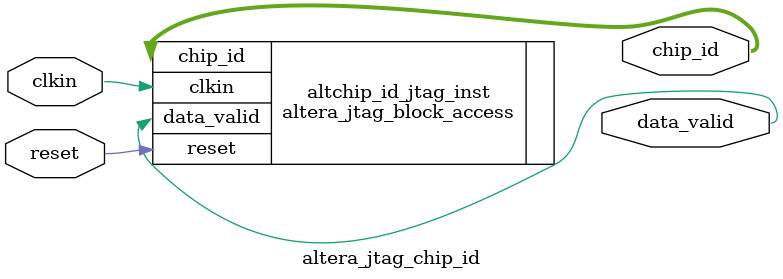
<source format=v>






// synthesis VERILOG_INPUT_VERSION VERILOG_2001
`timescale 1 ns / 1 ns

module  altera_jtag_chip_id
	( 
	clkin,
	chip_id,
	data_valid,
	reset);
	
	parameter DEVICE_FAMILY   = "Arria 10";

	input	clkin;
	output	[63:0]	chip_id;
	output	data_valid;
	input	reset;
	
	altera_jtag_block_access 
	#(
        .DEVICE_FAMILY  (DEVICE_FAMILY)
    ) altchip_id_jtag_inst( 
		.clkin 			(clkin),
		.chip_id 		(chip_id),
		.data_valid 	(data_valid),
		.reset 			(reset)
	);
		
endmodule //altchip_id
//VALID FILE

</source>
